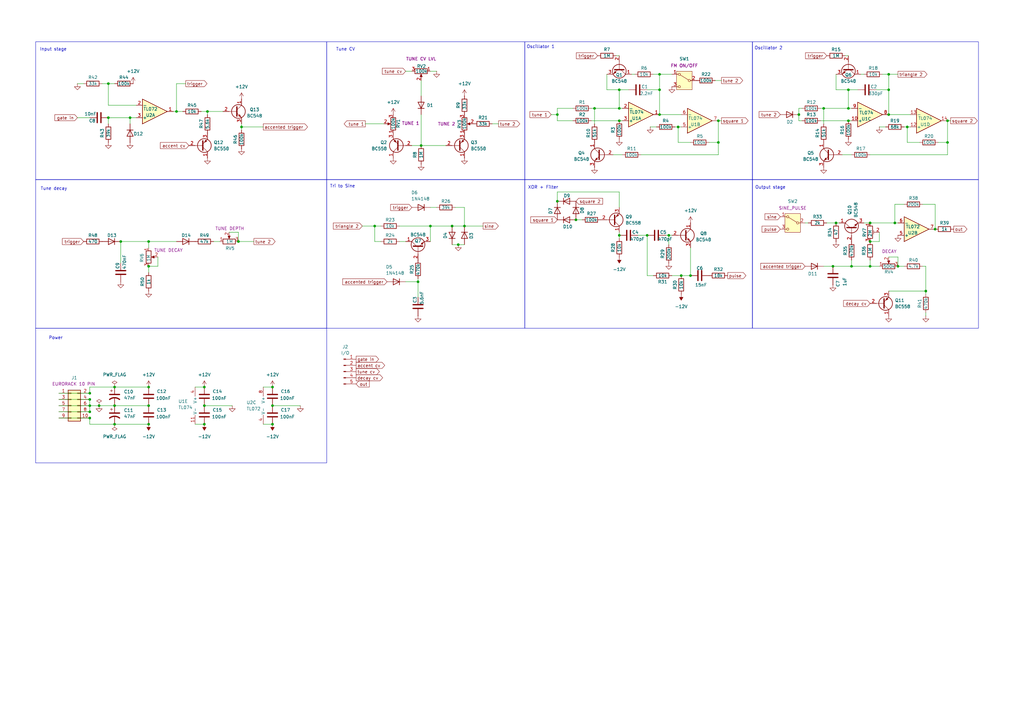
<source format=kicad_sch>
(kicad_sch (version 20250114) (generator "eeschema") (generator_version "9.0")
  (paper "A3")
  (rectangle (start 133.985 17.145) (end 215.265 73.66))
  (rectangle (start 14.605 17.145) (end 133.985 73.66))
  (rectangle (start 14.605 134.62) (end 133.985 189.865))
  (rectangle (start 133.985 73.66) (end 215.265 134.62))
  (rectangle (start 14.605 73.66) (end 133.985 134.62))
  (rectangle (start 308.61 73.66) (end 401.32 134.62))
  (rectangle (start 308.61 17.145) (end 401.32 73.66))
  (rectangle (start 215.265 73.66) (end 308.61 134.62))
  (rectangle (start 215.265 17.145) (end 308.61 73.66))
  (text "Oscillator 2" (at 315.214 19.812 0) (effects (font (size 1.27 1.27))))
  (text "XOR + Filter" (at 222.758 76.962 0) (effects (font (size 1.27 1.27))))
  (text "Oscillator 1" (at 221.742 19.304 0) (effects (font (size 1.27 1.27))))
  (text "Tune CV" (at 141.732 20.32 0) (effects (font (size 1.27 1.27))))
  (text "Output stage" (at 315.976 76.962 0) (effects (font (size 1.27 1.27))))
  (text "Tri to Sine " (at 140.97 76.454 0) (effects (font (size 1.27 1.27))))
  (text "Tune decay" (at 22.098 77.47 0) (effects (font (size 1.27 1.27))))
  (text "Power" (at 22.86 138.684 0) (effects (font (size 1.27 1.27))))
  (text "Input stage" (at 21.844 20.32 0) (effects (font (size 1.27 1.27))))
  (junction (at 36.83 161.29))
  (junction (at 36.83 168.91))
  (junction (at 46.99 173.99))
  (junction (at 187.96 100.33))
  (junction (at 60.96 99.06))
  (junction (at 270.51 30.48))
  (junction (at 294.64 58.42))
  (junction (at 49.53 99.06))
  (junction (at 341.63 109.22))
  (junction (at 278.13 52.07))
  (junction (at 60.96 158.75))
  (junction (at 270.51 46.99))
  (junction (at 342.9 91.44))
  (junction (at 36.83 163.83))
  (junction (at 372.11 52.07))
  (junction (at 349.25 109.22))
  (junction (at 36.83 171.45))
  (junction (at 185.42 92.71))
  (junction (at 44.45 34.29))
  (junction (at 337.82 44.45))
  (junction (at 72.39 45.72))
  (junction (at 60.96 173.99))
  (junction (at 254 36.83))
  (junction (at 228.6 46.99))
  (junction (at 60.96 166.37))
  (junction (at 243.84 44.45))
  (junction (at 270.51 36.83))
  (junction (at 356.87 91.44))
  (junction (at 171.45 115.57))
  (junction (at 294.64 49.53))
  (junction (at 254 49.53))
  (junction (at 46.99 158.75))
  (junction (at 364.49 46.99))
  (junction (at 40.64 166.37))
  (junction (at 153.67 92.71))
  (junction (at 236.22 90.17))
  (junction (at 283.21 113.03))
  (junction (at 228.6 82.55))
  (junction (at 172.72 59.69))
  (junction (at 347.98 36.83))
  (junction (at 111.76 173.99))
  (junction (at 364.49 36.83))
  (junction (at 46.99 166.37))
  (junction (at 83.82 158.75))
  (junction (at 356.87 109.22))
  (junction (at 368.3 109.22))
  (junction (at 383.54 93.98))
  (junction (at 265.43 96.52))
  (junction (at 176.53 92.71))
  (junction (at 379.73 119.38))
  (junction (at 97.79 99.06))
  (junction (at 254 96.52))
  (junction (at 347.98 44.45))
  (junction (at 364.49 30.48))
  (junction (at 327.66 46.99))
  (junction (at 388.62 58.42))
  (junction (at 190.5 92.71))
  (junction (at 83.82 166.37))
  (junction (at 254 44.45))
  (junction (at 274.32 96.52))
  (junction (at 36.83 166.37))
  (junction (at 279.4 113.03))
  (junction (at 99.06 52.07))
  (junction (at 53.34 48.26))
  (junction (at 83.82 173.99))
  (junction (at 85.09 45.72))
  (junction (at 111.76 158.75))
  (junction (at 111.76 166.37))
  (junction (at 388.62 49.53))
  (junction (at 356.87 99.06))
  (junction (at 60.96 109.22))
  (junction (at 44.45 48.26))
  (junction (at 347.98 49.53))
  (junction (at 367.03 91.44))
  (wire (pts (xy 190.5 85.09) (xy 190.5 92.71)))
  (wire (pts (xy 153.67 92.71) (xy 156.21 92.71)))
  (wire (pts (xy 242.57 49.53) (xy 254 49.53)))
  (wire (pts (xy 72.39 34.29) (xy 72.39 45.72)))
  (wire (pts (xy 60.96 109.22) (xy 60.96 111.76)))
  (wire (pts (xy 372.11 58.42) (xy 372.11 52.07)))
  (wire (pts (xy 55.88 43.18) (xy 44.45 43.18)))
  (wire (pts (xy 388.62 63.5) (xy 388.62 58.42)))
  (wire (pts (xy 347.98 44.45) (xy 349.25 44.45)))
  (wire (pts (xy 278.13 58.42) (xy 278.13 52.07)))
  (wire (pts (xy 275.59 96.52) (xy 274.32 96.52)))
  (wire (pts (xy 228.6 78.74) (xy 228.6 82.55)))
  (wire (pts (xy 97.79 99.06) (xy 104.14 99.06)))
  (wire (pts (xy 354.33 30.48) (xy 353.06 30.48)))
  (wire (pts (xy 327.66 44.45) (xy 328.93 44.45)))
  (wire (pts (xy 257.81 36.83) (xy 254 36.83)))
  (wire (pts (xy 364.49 36.83) (xy 364.49 46.99)))
  (wire (pts (xy 36.83 163.83) (xy 36.83 166.37)))
  (wire (pts (xy 283.21 58.42) (xy 278.13 58.42)))
  (wire (pts (xy 364.49 30.48) (xy 364.49 36.83)))
  (wire (pts (xy 254 96.52) (xy 254 95.25)))
  (wire (pts (xy 166.37 29.21) (xy 168.91 29.21)))
  (wire (pts (xy 336.55 49.53) (xy 347.98 49.53)))
  (wire (pts (xy 383.54 83.82) (xy 383.54 93.98)))
  (wire (pts (xy 270.51 30.48) (xy 275.59 30.48)))
  (wire (pts (xy 295.91 33.02) (xy 293.37 33.02)))
  (wire (pts (xy 148.59 92.71) (xy 153.67 92.71)))
  (wire (pts (xy 99.06 50.8) (xy 99.06 52.07)))
  (wire (pts (xy 279.4 46.99) (xy 270.51 46.99)))
  (wire (pts (xy 171.45 115.57) (xy 171.45 121.92)))
  (wire (pts (xy 243.84 44.45) (xy 254 44.45)))
  (wire (pts (xy 384.81 58.42) (xy 388.62 58.42)))
  (wire (pts (xy 262.89 63.5) (xy 294.64 63.5)))
  (wire (pts (xy 336.55 44.45) (xy 337.82 44.45)))
  (wire (pts (xy 80.01 158.75) (xy 83.82 158.75)))
  (wire (pts (xy 46.99 166.37) (xy 60.96 166.37)))
  (wire (pts (xy 359.41 36.83) (xy 364.49 36.83)))
  (wire (pts (xy 41.91 34.29) (xy 44.45 34.29)))
  (wire (pts (xy 64.77 105.41) (xy 64.77 109.22)))
  (wire (pts (xy 46.99 173.99) (xy 36.83 173.99)))
  (wire (pts (xy 176.53 92.71) (xy 185.42 92.71)))
  (wire (pts (xy 337.82 44.45) (xy 347.98 44.45)))
  (wire (pts (xy 85.09 45.72) (xy 85.09 46.99)))
  (wire (pts (xy 378.46 83.82) (xy 383.54 83.82)))
  (wire (pts (xy 44.45 48.26) (xy 53.34 48.26)))
  (wire (pts (xy 349.25 109.22) (xy 349.25 106.68)))
  (wire (pts (xy 24.13 166.37) (xy 36.83 166.37)))
  (wire (pts (xy 46.99 173.99) (xy 60.96 173.99)))
  (wire (pts (xy 342.9 91.44) (xy 339.09 91.44)))
  (wire (pts (xy 171.45 114.3) (xy 171.45 115.57)))
  (wire (pts (xy 190.5 92.71) (xy 198.12 92.71)))
  (wire (pts (xy 60.96 99.06) (xy 60.96 101.6)))
  (wire (pts (xy 64.77 109.22) (xy 60.96 109.22)))
  (wire (pts (xy 351.79 36.83) (xy 347.98 36.83)))
  (wire (pts (xy 44.45 48.26) (xy 44.45 50.8)))
  (wire (pts (xy 176.53 92.71) (xy 176.53 99.06)))
  (wire (pts (xy 254 78.74) (xy 228.6 78.74)))
  (wire (pts (xy 46.99 158.75) (xy 60.96 158.75)))
  (wire (pts (xy 341.63 109.22) (xy 349.25 109.22)))
  (wire (pts (xy 172.72 59.69) (xy 168.91 59.69)))
  (wire (pts (xy 248.92 36.83) (xy 254 36.83)))
  (wire (pts (xy 186.69 85.09) (xy 190.5 85.09)))
  (wire (pts (xy 166.37 115.57) (xy 171.45 115.57)))
  (wire (pts (xy 24.13 168.91) (xy 36.83 168.91)))
  (wire (pts (xy 364.49 30.48) (xy 368.3 30.48)))
  (wire (pts (xy 360.68 52.07) (xy 363.22 52.07)))
  (wire (pts (xy 254 97.79) (xy 254 96.52)))
  (wire (pts (xy 265.43 36.83) (xy 270.51 36.83)))
  (wire (pts (xy 361.95 30.48) (xy 364.49 30.48)))
  (wire (pts (xy 149.86 50.8) (xy 157.48 50.8)))
  (wire (pts (xy 379.73 120.65) (xy 379.73 119.38)))
  (wire (pts (xy 49.53 107.95) (xy 49.53 99.06)))
  (wire (pts (xy 36.83 173.99) (xy 36.83 171.45)))
  (wire (pts (xy 172.72 59.69) (xy 182.88 59.69)))
  (wire (pts (xy 204.47 50.8) (xy 201.93 50.8)))
  (wire (pts (xy 185.42 92.71) (xy 190.5 92.71)))
  (wire (pts (xy 24.13 171.45) (xy 36.83 171.45)))
  (wire (pts (xy 172.72 46.99) (xy 172.72 59.69)))
  (wire (pts (xy 270.51 30.48) (xy 270.51 36.83)))
  (wire (pts (xy 172.72 33.02) (xy 172.72 39.37)))
  (wire (pts (xy 294.64 63.5) (xy 294.64 58.42)))
  (wire (pts (xy 276.86 52.07) (xy 278.13 52.07)))
  (wire (pts (xy 36.83 166.37) (xy 36.83 168.91)))
  (wire (pts (xy 93.98 95.25) (xy 97.79 95.25)))
  (wire (pts (xy 24.13 163.83) (xy 36.83 163.83)))
  (wire (pts (xy 378.46 109.22) (xy 379.73 109.22)))
  (wire (pts (xy 274.32 100.33) (xy 274.32 96.52)))
  (wire (pts (xy 328.93 49.53) (xy 327.66 49.53)))
  (wire (pts (xy 356.87 109.22) (xy 356.87 106.68)))
  (wire (pts (xy 176.53 85.09) (xy 179.07 85.09)))
  (wire (pts (xy 254 44.45) (xy 255.27 44.45)))
  (wire (pts (xy 266.7 52.07) (xy 269.24 52.07)))
  (wire (pts (xy 53.34 48.26) (xy 55.88 48.26)))
  (wire (pts (xy 226.06 46.99) (xy 228.6 46.99)))
  (wire (pts (xy 166.37 99.06) (xy 163.83 99.06)))
  (wire (pts (xy 36.83 158.75) (xy 36.83 161.29)))
  (wire (pts (xy 46.99 158.75) (xy 36.83 158.75)))
  (wire (pts (xy 275.59 113.03) (xy 279.4 113.03)))
  (wire (pts (xy 76.2 34.29) (xy 72.39 34.29)))
  (wire (pts (xy 372.11 52.07) (xy 373.38 52.07)))
  (wire (pts (xy 360.68 99.06) (xy 356.87 99.06)))
  (wire (pts (xy 179.07 29.21) (xy 176.53 29.21)))
  (wire (pts (xy 31.75 34.29) (xy 34.29 34.29)))
  (wire (pts (xy 255.27 63.5) (xy 251.46 63.5)))
  (wire (pts (xy 156.21 99.06) (xy 153.67 99.06)))
  (wire (pts (xy 370.84 109.22) (xy 368.3 109.22)))
  (wire (pts (xy 290.83 58.42) (xy 294.64 58.42)))
  (wire (pts (xy 354.33 91.44) (xy 356.87 91.44)))
  (wire (pts (xy 187.96 100.33) (xy 190.5 100.33)))
  (wire (pts (xy 356.87 109.22) (xy 360.68 109.22)))
  (wire (pts (xy 163.83 92.71) (xy 176.53 92.71)))
  (wire (pts (xy 342.9 91.44) (xy 344.17 91.44)))
  (wire (pts (xy 342.9 36.83) (xy 347.98 36.83)))
  (wire (pts (xy 283.21 101.6) (xy 283.21 113.03)))
  (wire (pts (xy 97.79 95.25) (xy 97.79 99.06)))
  (wire (pts (xy 388.62 49.53) (xy 389.89 49.53)))
  (wire (pts (xy 267.97 30.48) (xy 270.51 30.48)))
  (wire (pts (xy 248.92 30.48) (xy 248.92 36.83)))
  (wire (pts (xy 185.42 100.33) (xy 187.96 100.33)))
  (wire (pts (xy 107.95 158.75) (xy 111.76 158.75)))
  (wire (pts (xy 364.49 105.41) (xy 368.3 105.41)))
  (wire (pts (xy 379.73 119.38) (xy 364.49 119.38)))
  (wire (pts (xy 370.84 52.07) (xy 372.11 52.07)))
  (wire (pts (xy 72.39 99.06) (xy 60.96 99.06)))
  (wire (pts (xy 327.66 46.99) (xy 327.66 44.45)))
  (wire (pts (xy 44.45 34.29) (xy 46.99 34.29)))
  (wire (pts (xy 254 36.83) (xy 254 44.45)))
  (wire (pts (xy 368.3 105.41) (xy 368.3 109.22)))
  (wire (pts (xy 36.83 48.26) (xy 31.75 48.26)))
  (wire (pts (xy 261.62 96.52) (xy 265.43 96.52)))
  (wire (pts (xy 278.13 52.07) (xy 279.4 52.07)))
  (wire (pts (xy 331.47 91.44) (xy 330.2 91.44)))
  (wire (pts (xy 279.4 113.03) (xy 283.21 113.03)))
  (wire (pts (xy 60.96 99.06) (xy 49.53 99.06)))
  (wire (pts (xy 236.22 90.17) (xy 238.76 90.17)))
  (wire (pts (xy 337.82 44.45) (xy 337.82 50.8)))
  (wire (pts (xy 356.87 63.5) (xy 388.62 63.5)))
  (wire (pts (xy 36.83 166.37) (xy 40.64 166.37)))
  (wire (pts (xy 270.51 36.83) (xy 270.51 46.99)))
  (wire (pts (xy 379.73 128.27) (xy 379.73 129.54)))
  (wire (pts (xy 388.62 58.42) (xy 388.62 49.53)))
  (wire (pts (xy 349.25 109.22) (xy 356.87 109.22)))
  (wire (pts (xy 356.87 91.44) (xy 367.03 91.44)))
  (wire (pts (xy 267.97 113.03) (xy 265.43 113.03)))
  (wire (pts (xy 260.35 30.48) (xy 259.08 30.48)))
  (wire (pts (xy 294.64 58.42) (xy 294.64 49.53)))
  (wire (pts (xy 83.82 166.37) (xy 95.25 166.37)))
  (wire (pts (xy 99.06 52.07) (xy 107.95 52.07)))
  (wire (pts (xy 111.76 166.37) (xy 123.19 166.37)))
  (wire (pts (xy 153.67 92.71) (xy 153.67 99.06)))
  (wire (pts (xy 90.17 99.06) (xy 87.63 99.06)))
  (wire (pts (xy 367.03 91.44) (xy 368.3 91.44)))
  (wire (pts (xy 74.93 45.72) (xy 72.39 45.72)))
  (wire (pts (xy 347.98 49.53) (xy 349.25 49.53)))
  (wire (pts (xy 370.84 83.82) (xy 367.03 83.82)))
  (wire (pts (xy 274.32 96.52) (xy 273.05 96.52)))
  (wire (pts (xy 234.95 49.53) (xy 228.6 49.53)))
  (wire (pts (xy 72.39 45.72) (xy 71.12 45.72)))
  (wire (pts (xy 99.06 52.07) (xy 99.06 53.34)))
  (wire (pts (xy 379.73 109.22) (xy 379.73 119.38)))
  (wire (pts (xy 349.25 63.5) (xy 345.44 63.5)))
  (wire (pts (xy 228.6 44.45) (xy 234.95 44.45)))
  (wire (pts (xy 377.19 58.42) (xy 372.11 58.42)))
  (wire (pts (xy 85.09 45.72) (xy 82.55 45.72)))
  (wire (pts (xy 347.98 36.83) (xy 347.98 44.45)))
  (wire (pts (xy 53.34 50.8) (xy 53.34 48.26)))
  (wire (pts (xy 80.01 173.99) (xy 83.82 173.99)))
  (wire (pts (xy 346.71 22.86) (xy 347.98 22.86)))
  (wire (pts (xy 228.6 46.99) (xy 228.6 44.45)))
  (wire (pts (xy 337.82 109.22) (xy 341.63 109.22)))
  (wire (pts (xy 373.38 46.99) (xy 364.49 46.99)))
  (wire (pts (xy 40.64 166.37) (xy 46.99 166.37)))
  (wire (pts (xy 254 49.53) (xy 255.27 49.53)))
  (wire (pts (xy 342.9 30.48) (xy 342.9 36.83)))
  (wire (pts (xy 327.66 49.53) (xy 327.66 46.99)))
  (wire (pts (xy 367.03 83.82) (xy 367.03 91.44)))
  (wire (pts (xy 254 85.09) (xy 254 78.74)))
  (wire (pts (xy 24.13 161.29) (xy 36.83 161.29)))
  (wire (pts (xy 107.95 173.99) (xy 111.76 173.99)))
  (wire (pts (xy 44.45 34.29) (xy 44.45 43.18)))
  (wire (pts (xy 242.57 44.45) (xy 243.84 44.45)))
  (wire (pts (xy 265.43 113.03) (xy 265.43 96.52)))
  (wire (pts (xy 91.44 45.72) (xy 85.09 45.72)))
  (wire (pts (xy 360.68 95.25) (xy 360.68 99.06)))
  (wire (pts (xy 294.64 49.53) (xy 295.91 49.53)))
  (wire (pts (xy 252.73 22.86) (xy 254 22.86)))
  (wire (pts (xy 228.6 49.53) (xy 228.6 46.99)))
  (wire (pts (xy 243.84 44.45) (xy 243.84 50.8)))
  (global_label "tune 2" (shape output) (at 104.14 99.06 0) (property "Intersheetrefs" "${INTERSHEET_REFS}" (effects (hide yes))))
  (global_label "out" (shape input) (at 146.05 157.48 0) (property "Intersheetrefs" "${INTERSHEET_REFS}" (effects (hide yes))))
  (global_label "tune cv" (shape output) (at 146.05 152.4 0) (property "Intersheetrefs" "${INTERSHEET_REFS}" (effects (hide yes))))
  (global_label "decay cv" (shape output) (at 146.05 154.94 0) (property "Intersheetrefs" "${INTERSHEET_REFS}" (effects (hide yes))))
  (global_label "tune 1" (shape input) (at 226.06 46.99 180) (property "Intersheetrefs" "${INTERSHEET_REFS}" (effects (hide yes))))
  (global_label "sine" (shape input) (at 320.04 88.9 180) (property "Intersheetrefs" "${INTERSHEET_REFS}" (effects (hide yes))))
  (global_label "triangle 2" (shape output) (at 368.3 30.48 0) (property "Intersheetrefs" "${INTERSHEET_REFS}" (effects (hide yes))))
  (global_label "decay cv" (shape input) (at 356.87 124.46 180) (property "Intersheetrefs" "${INTERSHEET_REFS}" (effects (hide yes))))
  (global_label "square 1" (shape input) (at 228.6 90.17 180) (property "Intersheetrefs" "${INTERSHEET_REFS}" (effects (hide yes))))
  (global_label "tune 2" (shape input) (at 320.04 46.99 180) (property "Intersheetrefs" "${INTERSHEET_REFS}" (effects (hide yes))))
  (global_label "accent cv" (shape output) (at 146.05 149.86 0) (property "Intersheetrefs" "${INTERSHEET_REFS}" (effects (hide yes))))
  (global_label "gate in" (shape output) (at 146.05 147.32 0) (property "Intersheetrefs" "${INTERSHEET_REFS}" (effects (hide yes))))
  (global_label "accented trigger" (shape input) (at 158.75 115.57 180) (property "Intersheetrefs" "${INTERSHEET_REFS}" (effects (hide yes))))
  (global_label "trigger" (shape input) (at 339.09 22.86 180) (property "Intersheetrefs" "${INTERSHEET_REFS}" (effects (hide yes))))
  (global_label "square 2" (shape input) (at 236.22 82.55 0) (property "Intersheetrefs" "${INTERSHEET_REFS}" (effects (hide yes))))
  (global_label "trigger" (shape output) (at 76.2 34.29 0) (property "Intersheetrefs" "${INTERSHEET_REFS}" (effects (hide yes))))
  (global_label "accent cv" (shape input) (at 77.47 59.69 180) (property "Intersheetrefs" "${INTERSHEET_REFS}" (effects (hide yes))))
  (global_label "tune cv" (shape input) (at 166.37 29.21 180) (property "Intersheetrefs" "${INTERSHEET_REFS}" (effects (hide yes))))
  (global_label "tune 1" (shape output) (at 149.86 50.8 180) (property "Intersheetrefs" "${INTERSHEET_REFS}" (effects (hide yes))))
  (global_label "gate in" (shape input) (at 31.75 48.26 180) (property "Intersheetrefs" "${INTERSHEET_REFS}" (effects (hide yes))))
  (global_label "square 2" (shape output) (at 389.89 49.53 0) (property "Intersheetrefs" "${INTERSHEET_REFS}" (effects (hide yes))))
  (global_label "trigger" (shape input) (at 245.11 22.86 180) (property "Intersheetrefs" "${INTERSHEET_REFS}" (effects (hide yes))))
  (global_label "pulse" (shape input) (at 320.04 93.98 180) (property "Intersheetrefs" "${INTERSHEET_REFS}" (effects (hide yes))))
  (global_label "sine" (shape output) (at 198.12 92.71 0) (property "Intersheetrefs" "${INTERSHEET_REFS}" (effects (hide yes))))
  (global_label "out" (shape output) (at 391.16 93.98 0) (property "Intersheetrefs" "${INTERSHEET_REFS}" (effects (hide yes))))
  (global_label "trigger" (shape input) (at 34.29 99.06 180) (property "Intersheetrefs" "${INTERSHEET_REFS}" (effects (hide yes))))
  (global_label "trigger" (shape input) (at 168.91 85.09 180) (property "Intersheetrefs" "${INTERSHEET_REFS}" (effects (hide yes))))
  (global_label "pulse" (shape output) (at 298.45 113.03 0) (property "Intersheetrefs" "${INTERSHEET_REFS}" (effects (hide yes))))
  (global_label "accented trigger" (shape input) (at 330.2 109.22 180) (property "Intersheetrefs" "${INTERSHEET_REFS}" (effects (hide yes))))
  (global_label "tune 2" (shape output) (at 295.91 33.02 0) (property "Intersheetrefs" "${INTERSHEET_REFS}" (effects (hide yes))))
  (global_label "accented trigger" (shape output) (at 107.95 52.07 0) (property "Intersheetrefs" "${INTERSHEET_REFS}" (effects (hide yes))))
  (global_label "triangle 2" (shape input) (at 148.59 92.71 180) (property "Intersheetrefs" "${INTERSHEET_REFS}" (effects (hide yes))))
  (global_label "tune 2" (shape output) (at 204.47 50.8 0) (property "Intersheetrefs" "${INTERSHEET_REFS}" (effects (hide yes))))
  (global_label "square 1" (shape output) (at 295.91 49.53 0) (property "Intersheetrefs" "${INTERSHEET_REFS}" (effects (hide yes))))
  (symbol (lib_id "power:GND") (at 190.5 64.77 0) (unit 1)
    (property "Reference" "#PWR07" (effects (hide yes)))
    (property "Value" "GND" (effects (hide yes)))
    (property "Description" "Power symbol creates a global label with name \"GND\" , ground" (effects (hide yes)))
  )
  (symbol (lib_id "Device:R") (at 264.16 30.48 90) (unit 1)
    (property "Reference" "R6" (at 264.16 27.94 90))
    (property "Value" "10k" (at 264.16 30.48 90))
    (property "Footprint" "Resistor_THT:R_Axial_DIN0207_L6.3mm_D2.5mm_P10.16mm_Horizontal" (effects (hide yes)))
    (property "Description" "Resistor" (effects (hide yes)))
  )
  (symbol (lib_id "Device:R_Potentiometer") (at 172.72 29.21 270) (unit 1)
    (property "Reference" "RV2" (at 170.942 27.178 90) (effects (justify left)))
    (property "Value" "100k" (at 170.434 29.21 90) (effects (justify left)))
    (property "Footprint" "Potentiometer_THT:Potentiometer_Bourns_PTV09A-1_Single_Vertical" (effects (hide yes)))
    (property "Description" "TUNE CV LVL" (at 172.72 24.13 90))
  )
  (symbol (lib_id "Device:R") (at 294.64 113.03 90) (unit 1)
    (property "Reference" "R32" (at 294.64 110.49 90))
    (property "Value" "18k" (at 294.64 113.03 90))
    (property "Footprint" "Resistor_THT:R_Axial_DIN0207_L6.3mm_D2.5mm_P10.16mm_Horizontal" (effects (hide yes)))
    (property "Description" "Resistor" (effects (hide yes)))
  )
  (symbol (lib_id "Diode:1N4148") (at 162.56 115.57 180) (unit 1)
    (property "Reference" "D5" (at 158.242 109.474 0) (effects (justify right)))
    (property "Value" "1N4148" (at 158.242 112.014 0) (effects (justify right)))
    (property "Footprint" "Diode_THT:D_DO-35_SOD27_P7.62mm_Horizontal" (effects (hide yes)))
    (property "Datasheet" "https://assets.nexperia.com/documents/data-sheet/1N4148_1N4448.pdf" (effects (hide yes)))
    (property "Description" "100V 0.15A standard switching diode, DO-35" (effects (hide yes)))
    (property "Sim.Device" "D" (effects (hide yes)))
    (property "Sim.Pins" "1=K 2=A" (effects (hide yes)))
  )
  (symbol (lib_id "power:GND") (at 342.9 99.06 0) (unit 1)
    (property "Reference" "#PWR020" (effects (hide yes)))
    (property "Value" "GND" (effects (hide yes)))
    (property "Description" "Power symbol creates a global label with name \"GND\" , ground" (effects (hide yes)))
  )
  (symbol (lib_id "Device:R") (at 238.76 44.45 90) (unit 1)
    (property "Reference" "R1" (at 238.76 41.91 90))
    (property "Value" "100k" (at 238.76 44.45 90))
    (property "Footprint" "Resistor_THT:R_Axial_DIN0207_L6.3mm_D2.5mm_P10.16mm_Horizontal" (effects (hide yes)))
    (property "Description" "Resistor" (effects (hide yes)))
  )
  (symbol (lib_id "Device:R") (at 243.84 54.61 180) (unit 1)
    (property "Reference" "R10" (at 241.3 54.61 90))
    (property "Value" "51k" (at 243.84 54.61 90))
    (property "Footprint" "Resistor_THT:R_Axial_DIN0207_L6.3mm_D2.5mm_P10.16mm_Horizontal" (effects (hide yes)))
    (property "Description" "Resistor" (effects (hide yes)))
  )
  (symbol (lib_id "power:-12V") (at 83.82 173.99 180) (unit 1)
    (property "Reference" "#PWR038" (effects (hide yes)))
    (property "Value" "-12V" (at 83.82 179.07 0))
    (property "Description" "Power symbol creates a global label with name \"-12V\"" (effects (hide yes)))
  )
  (symbol (lib_id "Diode:1N4148") (at 232.41 90.17 0) (unit 1)
    (property "Reference" "D10" (at 230.886 92.964 0) (effects (justify left)))
    (property "Value" "1N4148" (effects (hide yes)))
    (property "Footprint" "Diode_THT:D_DO-35_SOD27_P7.62mm_Horizontal" (effects (hide yes)))
    (property "Datasheet" "https://assets.nexperia.com/documents/data-sheet/1N4148_1N4448.pdf" (effects (hide yes)))
    (property "Description" "100V 0.15A standard switching diode, DO-35" (effects (hide yes)))
    (property "Sim.Device" "D" (effects (hide yes)))
    (property "Sim.Pins" "1=K 2=A" (effects (hide yes)))
  )
  (symbol (lib_id "power:GND") (at 368.3 96.52 0) (unit 1)
    (property "Reference" "#PWR022" (effects (hide yes)))
    (property "Value" "GND" (effects (hide yes)))
    (property "Description" "Power symbol creates a global label with name \"GND\" , ground" (effects (hide yes)))
  )
  (symbol (lib_id "Diode:1N4148") (at 236.22 86.36 270) (unit 1)
    (property "Reference" "D8" (at 238.76 87.63 0) (effects (justify right)))
    (property "Value" "1N4148" (effects (hide yes)))
    (property "Footprint" "Diode_THT:D_DO-35_SOD27_P7.62mm_Horizontal" (effects (hide yes)))
    (property "Datasheet" "https://assets.nexperia.com/documents/data-sheet/1N4148_1N4448.pdf" (effects (hide yes)))
    (property "Description" "100V 0.15A standard switching diode, DO-35" (effects (hide yes)))
    (property "Sim.Device" "D" (effects (hide yes)))
    (property "Sim.Pins" "1=K 2=A" (effects (hide yes)))
  )
  (symbol (lib_id "Device:R") (at 353.06 63.5 90) (unit 1)
    (property "Reference" "R17" (at 353.06 60.96 90))
    (property "Value" "100k" (at 353.06 63.5 90))
    (property "Footprint" "Resistor_THT:R_Axial_DIN0207_L6.3mm_D2.5mm_P10.16mm_Horizontal" (effects (hide yes)))
    (property "Description" "Resistor" (effects (hide yes)))
  )
  (symbol (lib_id "Device:R") (at 44.45 54.61 180) (unit 1)
    (property "Reference" "R43" (at 41.91 54.61 90))
    (property "Value" "39k" (at 44.45 54.61 90))
    (property "Footprint" "Resistor_THT:R_Axial_DIN0207_L6.3mm_D2.5mm_P10.16mm_Horizontal" (effects (hide yes)))
    (property "Description" "Resistor" (effects (hide yes)))
  )
  (symbol (lib_id "power:+12V") (at 111.76 158.75 0) (unit 1)
    (property "Reference" "#PWR039" (effects (hide yes)))
    (property "Value" "+12V" (at 111.76 153.67 0))
    (property "Description" "Power symbol creates a global label with name \"+12V\"" (effects (hide yes)))
  )
  (symbol (lib_id "power:+12V") (at 283.21 91.44 0) (unit 1)
    (property "Reference" "#PWR016" (effects (hide yes)))
    (property "Value" "+12V" (at 283.21 86.36 0))
    (property "Description" "Power symbol creates a global label with name \"+12V\"" (effects (hide yes)))
  )
  (symbol (lib_id "Device:C") (at 60.96 162.56 0) (mirror y) (unit 1)
    (property "Reference" "C12" (at 66.294 160.528 0))
    (property "Value" "100nF" (at 67.056 163.322 0))
    (property "Footprint" "Capacitor_THT:C_Disc_D7.5mm_W2.5mm_P5.00mm" (effects (hide yes)))
    (property "Description" "Unpolarized capacitor" (effects (hide yes)))
  )
  (symbol (lib_id "Device:R") (at 367.03 52.07 90) (unit 1)
    (property "Reference" "R19" (at 367.03 49.53 90))
    (property "Value" "68k" (at 367.03 52.07 90))
    (property "Footprint" "Resistor_THT:R_Axial_DIN0207_L6.3mm_D2.5mm_P10.16mm_Horizontal" (effects (hide yes)))
    (property "Description" "Resistor" (effects (hide yes)))
  )
  (symbol (lib_id "Device:R") (at 379.73 124.46 180) (unit 1)
    (property "Reference" "R41" (at 377.19 124.46 90))
    (property "Value" "470k" (at 379.73 124.46 90))
    (property "Footprint" "Resistor_THT:R_Axial_DIN0207_L6.3mm_D2.5mm_P10.16mm_Horizontal" (effects (hide yes)))
    (property "Description" "Resistor" (effects (hide yes)))
  )
  (symbol (lib_id "Diode:1N4148") (at 76.2 99.06 180) (unit 1)
    (property "Reference" "D14" (at 74.422 96.52 0) (effects (justify right)))
    (property "Value" "1N4148" (effects (hide yes)))
    (property "Footprint" "Diode_THT:D_DO-35_SOD27_P7.62mm_Horizontal" (effects (hide yes)))
    (property "Datasheet" "https://assets.nexperia.com/documents/data-sheet/1N4148_1N4448.pdf" (effects (hide yes)))
    (property "Description" "100V 0.15A standard switching diode, DO-35" (effects (hide yes)))
    (property "Sim.Device" "D" (effects (hide yes)))
    (property "Sim.Pins" "1=K 2=A" (effects (hide yes)))
  )
  (symbol (lib_id "power:+12V") (at 83.82 158.75 0) (unit 1)
    (property "Reference" "#PWR037" (effects (hide yes)))
    (property "Value" "+12V" (at 83.82 153.67 0))
    (property "Description" "Power symbol creates a global label with name \"+12V\"" (effects (hide yes)))
  )
  (symbol (lib_id "Diode:1N4148") (at 45.72 99.06 180) (unit 1)
    (property "Reference" "D13" (at 43.942 96.52 0) (effects (justify right)))
    (property "Value" "1N4148" (effects (hide yes)))
    (property "Footprint" "Diode_THT:D_DO-35_SOD27_P7.62mm_Horizontal" (effects (hide yes)))
    (property "Datasheet" "https://assets.nexperia.com/documents/data-sheet/1N4148_1N4448.pdf" (effects (hide yes)))
    (property "Description" "100V 0.15A standard switching diode, DO-35" (effects (hide yes)))
    (property "Sim.Device" "D" (effects (hide yes)))
    (property "Sim.Pins" "1=K 2=A" (effects (hide yes)))
  )
  (symbol (lib_id "Device:R") (at 332.74 49.53 90) (unit 1)
    (property "Reference" "R13" (at 332.74 46.99 90))
    (property "Value" "100k" (at 332.74 49.53 90))
    (property "Footprint" "Resistor_THT:R_Axial_DIN0207_L6.3mm_D2.5mm_P10.16mm_Horizontal" (effects (hide yes)))
    (property "Description" "Resistor" (effects (hide yes)))
  )
  (symbol (lib_id "Transistor_BJT:BC548") (at 96.52 45.72 0) (unit 1)
    (property "Reference" "Q13" (at 104.394 44.958 0))
    (property "Value" "BC548" (at 104.394 47.498 0))
    (property "Footprint" "Package_TO_SOT_THT:TO-92_Inline" (effects (hide yes)))
    (property "Datasheet" "https://www.onsemi.com/pub/Collateral/BC550-D.pdf" (effects (hide yes)))
    (property "Description" "0.1A Ic, 30V Vce, Small Signal NPN Transistor, TO-92" (effects (hide yes)))
  )
  (symbol (lib_id "Device:R") (at 238.76 49.53 90) (unit 1)
    (property "Reference" "R2" (at 238.76 46.99 90))
    (property "Value" "100k" (at 238.76 49.53 90))
    (property "Footprint" "Resistor_THT:R_Axial_DIN0207_L6.3mm_D2.5mm_P10.16mm_Horizontal" (effects (hide yes)))
    (property "Description" "Resistor" (effects (hide yes)))
  )
  (symbol (lib_id "Transistor_BJT:BC548") (at 254 27.94 270) (unit 1)
    (property "Reference" "Q1" (at 254 30.734 90))
    (property "Value" "BC548" (at 254 33.274 90))
    (property "Footprint" "Package_TO_SOT_THT:TO-92_Inline" (effects (hide yes)))
    (property "Datasheet" "https://www.onsemi.com/pub/Collateral/BC550-D.pdf" (effects (hide yes)))
    (property "Description" "0.1A Ic, 30V Vce, Small Signal NPN Transistor, TO-92" (effects (hide yes)))
  )
  (symbol (lib_id "Switch:SW_SPDT") (at 325.12 91.44 0) (mirror y) (unit 1)
    (property "Reference" "SW2" (at 325.12 82.55 0))
    (property "Value" "SW_SPDT" (effects (hide yes)))
    (property "Footprint" "Connector_PinHeader_2.54mm:PinHeader_1x03_P2.54mm_Vertical" (effects (hide yes)))
    (property "Description" "SINE_PULSE" (at 325.12 85.344 0))
  )
  (symbol (lib_id "power:-12V") (at 60.96 173.99 180) (unit 1)
    (property "Reference" "#PWR036" (effects (hide yes)))
    (property "Value" "-12V" (at 60.96 179.07 0))
    (property "Description" "Power symbol creates a global label with name \"-12V\"" (effects (hide yes)))
  )
  (symbol (lib_id "Transistor_BJT:BC548") (at 246.38 63.5 0) (mirror y) (unit 1)
    (property "Reference" "Q4" (at 238.506 62.738 0))
    (property "Value" "BC548" (at 238.506 65.278 0))
    (property "Footprint" "Package_TO_SOT_THT:TO-92_Inline" (effects (hide yes)))
    (property "Datasheet" "https://www.onsemi.com/pub/Collateral/BC550-D.pdf" (effects (hide yes)))
    (property "Description" "0.1A Ic, 30V Vce, Small Signal NPN Transistor, TO-92" (effects (hide yes)))
  )
  (symbol (lib_id "Device:C_Polarized_US") (at 46.99 162.56 0) (unit 1)
    (property "Reference" "C10" (at 50.8 160.6549 0) (effects (justify left)))
    (property "Value" "47nF" (at 50.8 163.1949 0) (effects (justify left)))
    (property "Footprint" "Capacitor_THT:CP_Radial_D7.5mm_P2.50mm" (effects (hide yes)))
    (property "Description" "Polarized capacitor, US symbol" (effects (hide yes)))
  )
  (symbol (lib_id "Device:R") (at 171.45 110.49 180) (unit 1)
    (property "Reference" "R25" (at 168.91 110.49 90))
    (property "Value" "470k" (at 171.45 110.49 90))
    (property "Footprint" "Resistor_THT:R_Axial_DIN0207_L6.3mm_D2.5mm_P10.16mm_Horizontal" (effects (hide yes)))
    (property "Description" "Resistor" (effects (hide yes)))
  )
  (symbol (lib_id "Device:C") (at 60.96 170.18 0) (mirror y) (unit 1)
    (property "Reference" "C13" (at 66.294 168.148 0))
    (property "Value" "100nF" (at 67.056 170.942 0))
    (property "Footprint" "Capacitor_THT:C_Disc_D7.5mm_W2.5mm_P5.00mm" (effects (hide yes)))
    (property "Description" "Unpolarized capacitor" (effects (hide yes)))
  )
  (symbol (lib_id "Device:C") (at 111.76 162.56 0) (mirror y) (unit 1)
    (property "Reference" "C16" (at 117.094 160.528 0))
    (property "Value" "100nF" (at 117.856 163.322 0))
    (property "Footprint" "Capacitor_THT:C_Disc_D7.5mm_W2.5mm_P5.00mm" (effects (hide yes)))
    (property "Description" "Unpolarized capacitor" (effects (hide yes)))
  )
  (symbol (lib_id "power:GND") (at 95.25 166.37 0) (unit 1)
    (property "Reference" "#PWR041" (effects (hide yes)))
    (property "Value" "GND" (effects (hide yes)))
    (property "Description" "Power symbol creates a global label with name \"GND\" , ground" (effects (hide yes)))
  )
  (symbol (lib_id "Connector:Conn_01x05_Pin") (at 140.97 152.4 0) (unit 1)
    (property "Reference" "J2" (at 141.605 142.24 0))
    (property "Value" "I/O" (at 141.605 144.78 0))
    (property "Footprint" "Connector_PinHeader_2.54mm:PinHeader_1x05_P2.54mm_Vertical" (effects (hide yes)))
    (property "Description" "Generic connector, single row, 01x05, script generated" (effects (hide yes)))
  )
  (symbol (lib_id "power:GND") (at 254 57.15 0) (unit 1)
    (property "Reference" "#PWR01" (effects (hide yes)))
    (property "Value" "GND" (effects (hide yes)))
    (property "Description" "Power symbol creates a global label with name \"GND\" , ground" (effects (hide yes)))
  )
  (symbol (lib_id "Device:R") (at 332.74 44.45 90) (unit 1)
    (property "Reference" "R12" (at 332.74 41.91 90))
    (property "Value" "100k" (at 332.74 44.45 90))
    (property "Footprint" "Resistor_THT:R_Axial_DIN0207_L6.3mm_D2.5mm_P10.16mm_Horizontal" (effects (hide yes)))
    (property "Description" "Resistor" (effects (hide yes)))
  )
  (symbol (lib_id "Device:R") (at 356.87 102.87 180) (unit 1)
    (property "Reference" "R36" (at 354.33 102.87 90))
    (property "Value" "1M" (at 356.87 102.87 90))
    (property "Footprint" "Resistor_THT:R_Axial_DIN0207_L6.3mm_D2.5mm_P10.16mm_Horizontal" (effects (hide yes)))
    (property "Description" "Resistor" (effects (hide yes)))
  )
  (symbol (lib_id "Device:R_Potentiometer") (at 161.29 50.8 180) (unit 1)
    (property "Reference" "RV1" (at 163.322 52.578 90) (effects (justify right)))
    (property "Value" "100k" (at 161.29 53.086 90) (effects (justify right)))
    (property "Footprint" "Potentiometer_THT:Potentiometer_Bourns_PTV09A-1_Single_Vertical" (effects (hide yes)))
    (property "Description" "TUNE 1" (at 168.402 50.546 0))
  )
  (symbol (lib_id "power:+12V") (at 99.06 40.64 0) (unit 1)
    (property "Reference" "#PWR029" (effects (hide yes)))
    (property "Value" "+12V" (at 99.06 35.56 0))
    (property "Description" "Power symbol creates a global label with name \"+12V\"" (effects (hide yes)))
  )
  (symbol (lib_id "Device:C") (at 287.02 113.03 270) (mirror x) (unit 1)
    (property "Reference" "C6" (at 287.02 109.982 90))
    (property "Value" "15nF" (at 287.528 116.84 90))
    (property "Footprint" "Capacitor_THT:C_Rect_L7.2mm_W5.5mm_P5.00mm_FKS2_FKP2_MKS2_MKP2" (effects (hide yes)))
    (property "Description" "Unpolarized capacitor" (effects (hide yes)))
  )
  (symbol (lib_id "power:+12V") (at 54.61 34.29 0) (unit 1)
    (property "Reference" "#PWR028" (effects (hide yes)))
    (property "Value" "+12V" (at 54.61 29.21 0))
    (property "Description" "Power symbol creates a global label with name \"+12V\"" (effects (hide yes)))
  )
  (symbol (lib_id "power:+12V") (at 161.29 46.99 0) (unit 1)
    (property "Reference" "#PWR03" (effects (hide yes)))
    (property "Value" "+12V" (at 161.29 41.91 0))
    (property "Description" "Power symbol creates a global label with name \"+12V\"" (effects (hide yes)))
  )
  (symbol (lib_id "Connector_Generic:Conn_02x05_Odd_Even") (at 29.21 166.37 0) (unit 1)
    (property "Reference" "J1" (at 30.48 154.94 0))
    (property "Value" "Conn_02x05_Odd_Even" (effects (hide yes)))
    (property "Footprint" "Connector_PinHeader_2.54mm:PinHeader_2x05_P2.54mm_Vertical" (effects (hide yes)))
    (property "Description" "EURORACK 10 PIN" (at 30.226 157.48 0))
  )
  (symbol (lib_id "Transistor_BJT:BC548") (at 347.98 27.94 270) (unit 1)
    (property "Reference" "Q6" (at 347.98 30.734 90))
    (property "Value" "BC548" (at 347.98 33.274 90))
    (property "Footprint" "Package_TO_SOT_THT:TO-92_Inline" (effects (hide yes)))
    (property "Datasheet" "https://www.onsemi.com/pub/Collateral/BC550-D.pdf" (effects (hide yes)))
    (property "Description" "0.1A Ic, 30V Vce, Small Signal NPN Transistor, TO-92" (effects (hide yes)))
  )
  (symbol (lib_id "Amplifier_Operational:TL072") (at 110.49 166.37 0) (unit 3)
    (property "Reference" "U2" (at 101.092 165.1 0) (effects (justify left)))
    (property "Value" "TL072" (at 101.092 167.64 0) (effects (justify left)))
    (property "Footprint" "Package_DIP:DIP-8_W7.62mm_Socket" (effects (hide yes)))
    (property "Datasheet" "http://www.ti.com/lit/ds/symlink/tl071.pdf" (effects (hide yes)))
    (property "Description" "Dual Low-Noise JFET-Input Operational Amplifiers, DIP-8/SOIC-8" (effects (hide yes)))
  )
  (symbol (lib_id "power:GND") (at 161.29 64.77 0) (unit 1)
    (property "Reference" "#PWR04" (effects (hide yes)))
    (property "Value" "GND" (effects (hide yes)))
    (property "Description" "Power symbol creates a global label with name \"GND\" , ground" (effects (hide yes)))
  )
  (symbol (lib_id "Amplifier_Operational:TL074") (at 82.55 166.37 0) (unit 5)
    (property "Reference" "U1" (at 73.152 164.592 0) (effects (justify left)))
    (property "Value" "TL074" (at 73.152 167.132 0) (effects (justify left)))
    (property "Footprint" "Package_DIP:DIP-14_W7.62mm_Socket" (effects (hide yes)))
    (property "Datasheet" "http://www.ti.com/lit/ds/symlink/tl071.pdf" (effects (hide yes)))
    (property "Description" "Quad Low-Noise JFET-Input Operational Amplifiers, DIP-14/SOIC-14" (effects (hide yes)))
  )
  (symbol (lib_id "power:GND") (at 360.68 52.07 0) (unit 1)
    (property "Reference" "#PWR012" (effects (hide yes)))
    (property "Value" "GND" (effects (hide yes)))
    (property "Description" "Power symbol creates a global label with name \"GND\" , ground" (effects (hide yes)))
  )
  (symbol (lib_id "Diode:1N4148") (at 190.5 96.52 270) (unit 1)
    (property "Reference" "D3" (at 193.294 98.044 0) (effects (justify right)))
    (property "Value" "1N4148" (effects (hide yes)))
    (property "Footprint" "Diode_THT:D_DO-35_SOD27_P7.62mm_Horizontal" (effects (hide yes)))
    (property "Datasheet" "https://assets.nexperia.com/documents/data-sheet/1N4148_1N4448.pdf" (effects (hide yes)))
    (property "Description" "100V 0.15A standard switching diode, DO-35" (effects (hide yes)))
    (property "Sim.Device" "D" (effects (hide yes)))
    (property "Sim.Pins" "1=K 2=A" (effects (hide yes)))
  )
  (symbol (lib_id "Device:R") (at 342.9 22.86 90) (unit 1)
    (property "Reference" "R15" (at 342.9 20.32 90))
    (property "Value" "1M" (at 342.9 22.86 90))
    (property "Footprint" "Resistor_THT:R_Axial_DIN0207_L6.3mm_D2.5mm_P10.16mm_Horizontal" (effects (hide yes)))
    (property "Description" "Resistor" (effects (hide yes)))
  )
  (symbol (lib_id "Device:C") (at 355.6 36.83 270) (mirror x) (unit 1)
    (property "Reference" "C2" (at 358.394 35.56 90))
    (property "Value" "330pF" (at 359.156 38.354 90))
    (property "Footprint" "Capacitor_THT:C_Rect_L7.2mm_W5.5mm_P5.00mm_FKS2_FKP2_MKS2_MKP2" (effects (hide yes)))
    (property "Description" "Unpolarized capacitor" (effects (hide yes)))
  )
  (symbol (lib_id "Diode:1N4148") (at 53.34 54.61 270) (unit 1)
    (property "Reference" "D12" (at 58.674 54.864 90) (effects (justify right)))
    (property "Value" "1N4148" (effects (hide yes)))
    (property "Footprint" "Diode_THT:D_DO-35_SOD27_P7.62mm_Horizontal" (effects (hide yes)))
    (property "Datasheet" "https://assets.nexperia.com/documents/data-sheet/1N4148_1N4448.pdf" (effects (hide yes)))
    (property "Description" "100V 0.15A standard switching diode, DO-35" (effects (hide yes)))
    (property "Sim.Device" "D" (effects (hide yes)))
    (property "Sim.Pins" "1=K 2=A" (effects (hide yes)))
  )
  (symbol (lib_id "power:GND") (at 364.49 129.54 0) (unit 1)
    (property "Reference" "#PWR023" (effects (hide yes)))
    (property "Value" "GND" (effects (hide yes)))
    (property "Description" "Power symbol creates a global label with name \"GND\" , ground" (effects (hide yes)))
  )
  (symbol (lib_id "Amplifier_Operational:TL074") (at 356.87 46.99 0) (mirror x) (unit 3)
    (property "Reference" "U1" (at 355.346 48.768 0))
    (property "Value" "TL074" (at 355.346 46.228 0))
    (property "Footprint" "Package_DIP:DIP-14_W7.62mm_Socket" (effects (hide yes)))
    (property "Datasheet" "http://www.ti.com/lit/ds/symlink/tl071.pdf" (effects (hide yes)))
    (property "Description" "Quad Low-Noise JFET-Input Operational Amplifiers, DIP-14/SOIC-14" (effects (hide yes)))
  )
  (symbol (lib_id "Device:C") (at 269.24 96.52 270) (mirror x) (unit 1)
    (property "Reference" "C5" (at 272.034 95.25 90))
    (property "Value" "470pF" (at 272.796 98.044 90))
    (property "Footprint" "Capacitor_THT:C_Rect_L7.2mm_W5.5mm_P5.00mm_FKS2_FKP2_MKS2_MKP2" (effects (hide yes)))
    (property "Description" "Unpolarized capacitor" (effects (hide yes)))
  )
  (symbol (lib_id "Device:R") (at 242.57 90.17 90) (unit 1)
    (property "Reference" "R27" (at 242.57 87.63 90))
    (property "Value" "100k" (at 242.57 90.17 90))
    (property "Footprint" "Resistor_THT:R_Axial_DIN0207_L6.3mm_D2.5mm_P10.16mm_Horizontal" (effects (hide yes)))
    (property "Description" "Resistor" (effects (hide yes)))
  )
  (symbol (lib_id "Amplifier_Operational:TL072") (at 63.5 45.72 0) (mirror x) (unit 1)
    (property "Reference" "U2" (at 61.722 47.244 0))
    (property "Value" "TL072" (at 61.722 44.704 0))
    (property "Footprint" "Package_DIP:DIP-8_W7.62mm_Socket" (effects (hide yes)))
    (property "Datasheet" "http://www.ti.com/lit/ds/symlink/tl071.pdf" (effects (hide yes)))
    (property "Description" "Dual Low-Noise JFET-Input Operational Amplifiers, DIP-8/SOIC-8" (effects (hide yes)))
  )
  (symbol (lib_id "Device:R") (at 60.96 115.57 180) (unit 1)
    (property "Reference" "R50" (at 58.42 115.57 90))
    (property "Value" "1k" (at 60.96 115.57 90))
    (property "Footprint" "Resistor_THT:R_Axial_DIN0207_L6.3mm_D2.5mm_P10.16mm_Horizontal" (effects (hide yes)))
    (property "Description" "Resistor" (effects (hide yes)))
  )
  (symbol (lib_id "Device:R") (at 337.82 54.61 180) (unit 1)
    (property "Reference" "R14" (at 335.28 54.61 90))
    (property "Value" "51k" (at 337.82 54.61 90))
    (property "Footprint" "Resistor_THT:R_Axial_DIN0207_L6.3mm_D2.5mm_P10.16mm_Horizontal" (effects (hide yes)))
    (property "Description" "Resistor" (effects (hide yes)))
  )
  (symbol (lib_id "power:GND") (at 275.59 35.56 0) (unit 1)
    (property "Reference" "#PWR013" (effects (hide yes)))
    (property "Value" "GND" (effects (hide yes)))
    (property "Description" "Power symbol creates a global label with name \"GND\" , ground" (effects (hide yes)))
  )
  (symbol (lib_id "power:GND") (at 44.45 58.42 0) (unit 1)
    (property "Reference" "#PWR025" (effects (hide yes)))
    (property "Value" "GND" (effects (hide yes)))
    (property "Description" "Power symbol creates a global label with name \"GND\" , ground" (effects (hide yes)))
  )
  (symbol (lib_id "Diode:1N4148") (at 172.72 85.09 180) (unit 1)
    (property "Reference" "D6" (at 168.656 78.994 0) (effects (justify right)))
    (property "Value" "1N4148" (at 168.656 81.534 0) (effects (justify right)))
    (property "Footprint" "Diode_THT:D_DO-35_SOD27_P7.62mm_Horizontal" (effects (hide yes)))
    (property "Datasheet" "https://assets.nexperia.com/documents/data-sheet/1N4148_1N4448.pdf" (effects (hide yes)))
    (property "Description" "100V 0.15A standard switching diode, DO-35" (effects (hide yes)))
    (property "Sim.Device" "D" (effects (hide yes)))
    (property "Sim.Pins" "1=K 2=A" (effects (hide yes)))
  )
  (symbol (lib_id "Transistor_BJT:BC558") (at 361.95 124.46 0) (mirror x) (unit 1)
    (property "Reference" "Q11" (at 367.03 123.1899 0) (effects (justify left)))
    (property "Value" "BC558" (at 367.03 125.7299 0) (effects (justify left)))
    (property "Footprint" "Package_TO_SOT_THT:TO-92_Inline" (effects (hide yes)))
    (property "Datasheet" "https://www.onsemi.com/pub/Collateral/BC556BTA-D.pdf" (effects (hide yes)))
    (property "Description" "0.1A Ic, 30V Vce, PNP Small Signal Transistor, TO-92" (effects (hide yes)))
  )
  (symbol (lib_id "Device:R") (at 198.12 50.8 90) (unit 1)
    (property "Reference" "R21" (at 198.12 48.26 90))
    (property "Value" "33k" (at 198.12 50.8 90))
    (property "Footprint" "Resistor_THT:R_Axial_DIN0207_L6.3mm_D2.5mm_P10.16mm_Horizontal" (effects (hide yes)))
    (property "Description" "Resistor" (effects (hide yes)))
  )
  (symbol (lib_id "Device:C") (at 257.81 96.52 270) (mirror x) (unit 1)
    (property "Reference" "C4" (at 260.604 95.25 90))
    (property "Value" "470pF" (at 261.366 98.044 90))
    (property "Footprint" "Capacitor_THT:C_Rect_L7.2mm_W5.5mm_P5.00mm_FKS2_FKP2_MKS2_MKP2" (effects (hide yes)))
    (property "Description" "Unpolarized capacitor" (effects (hide yes)))
  )
  (symbol (lib_id "power:-12V") (at 279.4 120.65 180) (unit 1)
    (property "Reference" "#PWR019" (effects (hide yes)))
    (property "Value" "-12V" (at 279.4 125.73 0))
    (property "Description" "Power symbol creates a global label with name \"-12V\"" (effects (hide yes)))
  )
  (symbol (lib_id "Device:R") (at 160.02 92.71 90) (unit 1)
    (property "Reference" "R23" (at 160.02 90.17 90))
    (property "Value" "10k" (at 160.02 92.71 90))
    (property "Footprint" "Resistor_THT:R_Axial_DIN0207_L6.3mm_D2.5mm_P10.16mm_Horizontal" (effects (hide yes)))
    (property "Description" "Resistor" (effects (hide yes)))
  )
  (symbol (lib_id "Device:R") (at 182.88 85.09 90) (unit 1)
    (property "Reference" "R26" (at 182.88 82.55 90))
    (property "Value" "39k" (at 182.88 85.09 90))
    (property "Footprint" "Resistor_THT:R_Axial_DIN0207_L6.3mm_D2.5mm_P10.16mm_Horizontal" (effects (hide yes)))
    (property "Description" "Resistor" (effects (hide yes)))
  )
  (symbol (lib_id "Device:R_Potentiometer") (at 60.96 105.41 0) (unit 1)
    (property "Reference" "RV6" (at 58.166 103.886 90) (effects (justify right)))
    (property "Value" "1M" (at 60.96 104.394 90) (effects (justify right)))
    (property "Footprint" "Potentiometer_THT:Potentiometer_Bourns_PTV09A-1_Single_Vertical" (effects (hide yes)))
    (property "Description" "TUNE DECAY" (at 69.088 102.616 0))
  )
  (symbol (lib_id "Device:R") (at 374.65 83.82 90) (unit 1)
    (property "Reference" "R38" (at 374.65 81.28 90))
    (property "Value" "200k" (at 374.65 83.82 90))
    (property "Footprint" "Resistor_THT:R_Axial_DIN0207_L6.3mm_D2.5mm_P10.16mm_Horizontal" (effects (hide yes)))
    (property "Description" "Resistor" (effects (hide yes)))
  )
  (symbol (lib_id "Device:R") (at 38.1 99.06 90) (unit 1)
    (property "Reference" "R48" (at 38.1 96.52 90))
    (property "Value" "470" (at 38.1 99.06 90))
    (property "Footprint" "Resistor_THT:R_Axial_DIN0207_L6.3mm_D2.5mm_P10.16mm_Horizontal" (effects (hide yes)))
    (property "Description" "Resistor" (effects (hide yes)))
  )
  (symbol (lib_id "Diode:1N4148") (at 185.42 96.52 90) (unit 1)
    (property "Reference" "D4" (at 182.626 95.25 0) (effects (justify right)))
    (property "Value" "1N4148" (effects (hide yes)))
    (property "Footprint" "Diode_THT:D_DO-35_SOD27_P7.62mm_Horizontal" (effects (hide yes)))
    (property "Datasheet" "https://assets.nexperia.com/documents/data-sheet/1N4148_1N4448.pdf" (effects (hide yes)))
    (property "Description" "100V 0.15A standard switching diode, DO-35" (effects (hide yes)))
    (property "Sim.Device" "D" (effects (hide yes)))
    (property "Sim.Pins" "1=K 2=A" (effects (hide yes)))
  )
  (symbol (lib_id "Device:R") (at 335.28 91.44 90) (unit 1)
    (property "Reference" "R33" (at 335.28 88.9 90))
    (property "Value" "2k" (at 335.28 91.44 90))
    (property "Footprint" "Resistor_THT:R_Axial_DIN0207_L6.3mm_D2.5mm_P10.16mm_Horizontal" (effects (hide yes)))
    (property "Description" "Resistor" (effects (hide yes)))
  )
  (symbol (lib_id "Transistor_BJT:BC558") (at 82.55 59.69 0) (mirror x) (unit 1)
    (property "Reference" "Q12" (at 87.63 58.4199 0) (effects (justify left)))
    (property "Value" "BC558" (at 87.63 60.9599 0) (effects (justify left)))
    (property "Footprint" "Package_TO_SOT_THT:TO-92_Inline" (effects (hide yes)))
    (property "Datasheet" "https://www.onsemi.com/pub/Collateral/BC556BTA-D.pdf" (effects (hide yes)))
    (property "Description" "0.1A Ic, 30V Vce, PNP Small Signal Transistor, TO-92" (effects (hide yes)))
  )
  (symbol (lib_id "power:GND") (at 171.45 129.54 0) (unit 1)
    (property "Reference" "#PWR014" (effects (hide yes)))
    (property "Value" "GND" (effects (hide yes)))
    (property "Description" "Power symbol creates a global label with name \"GND\" , ground" (effects (hide yes)))
  )
  (symbol (lib_id "power:PWR_FLAG") (at 40.64 166.37 0) (unit 1)
    (property "Reference" "#FLG03" (effects (hide yes)))
    (property "Value" "PWR_FLAG" (effects (hide yes)))
    (property "Description" "Special symbol for telling ERC where power comes from" (effects (hide yes)))
  )
  (symbol (lib_id "power:GND") (at 85.09 64.77 0) (unit 1)
    (property "Reference" "#PWR031" (effects (hide yes)))
    (property "Value" "GND" (effects (hide yes)))
    (property "Description" "Power symbol creates a global label with name \"GND\" , ground" (effects (hide yes)))
  )
  (symbol (lib_id "power:-12V") (at 254 105.41 180) (unit 1)
    (property "Reference" "#PWR017" (effects (hide yes)))
    (property "Value" "-12V" (at 254 110.49 0))
    (property "Description" "Power symbol creates a global label with name \"-12V\"" (effects (hide yes)))
  )
  (symbol (lib_id "Device:R") (at 347.98 53.34 180) (unit 1)
    (property "Reference" "R16" (at 345.44 53.34 90))
    (property "Value" "100k" (at 347.98 53.34 90))
    (property "Footprint" "Resistor_THT:R_Axial_DIN0207_L6.3mm_D2.5mm_P10.16mm_Horizontal" (effects (hide yes)))
    (property "Description" "Resistor" (effects (hide yes)))
  )
  (symbol (lib_id "power:GND") (at 40.64 166.37 0) (unit 1)
    (property "Reference" "#PWR034" (effects (hide yes)))
    (property "Value" "GND" (effects (hide yes)))
    (property "Description" "Power symbol creates a global label with name \"GND\" , ground" (effects (hide yes)))
  )
  (symbol (lib_id "power:PWR_FLAG") (at 46.99 158.75 0) (unit 1)
    (property "Reference" "#FLG01" (effects (hide yes)))
    (property "Value" "PWR_FLAG" (at 46.99 153.67 0))
    (property "Description" "Special symbol for telling ERC where power comes from" (effects (hide yes)))
  )
  (symbol (lib_id "Device:C") (at 83.82 162.56 0) (mirror y) (unit 1)
    (property "Reference" "C14" (at 89.154 160.528 0))
    (property "Value" "100nF" (at 89.916 163.322 0))
    (property "Footprint" "Capacitor_THT:C_Disc_D7.5mm_W2.5mm_P5.00mm" (effects (hide yes)))
    (property "Description" "Unpolarized capacitor" (effects (hide yes)))
  )
  (symbol (lib_id "Amplifier_Operational:TL074") (at 381 49.53 0) (mirror x) (unit 4)
    (property "Reference" "U1" (at 379.476 51.054 0))
    (property "Value" "TL074" (at 379.476 48.514 0))
    (property "Footprint" "Package_DIP:DIP-14_W7.62mm_Socket" (effects (hide yes)))
    (property "Datasheet" "http://www.ti.com/lit/ds/symlink/tl071.pdf" (effects (hide yes)))
    (property "Description" "Quad Low-Noise JFET-Input Operational Amplifiers, DIP-14/SOIC-14" (effects (hide yes)))
  )
  (symbol (lib_id "Device:R") (at 259.08 63.5 90) (unit 1)
    (property "Reference" "R11" (at 259.08 60.96 90))
    (property "Value" "100k" (at 259.08 63.5 90))
    (property "Footprint" "Resistor_THT:R_Axial_DIN0207_L6.3mm_D2.5mm_P10.16mm_Horizontal" (effects (hide yes)))
    (property "Description" "Resistor" (effects (hide yes)))
  )
  (symbol (lib_id "Device:R") (at 248.92 22.86 90) (unit 1)
    (property "Reference" "R7" (at 248.92 20.32 90))
    (property "Value" "1M" (at 248.92 22.86 90))
    (property "Footprint" "Resistor_THT:R_Axial_DIN0207_L6.3mm_D2.5mm_P10.16mm_Horizontal" (effects (hide yes)))
    (property "Description" "Resistor" (effects (hide yes)))
  )
  (symbol (lib_id "Device:C") (at 49.53 111.76 0) (mirror y) (unit 1)
    (property "Reference" "C9" (at 48.26 108.966 90))
    (property "Value" "470nF" (at 51.054 107.442 90))
    (property "Footprint" "Capacitor_THT:C_Rect_L7.2mm_W5.5mm_P5.00mm_FKS2_FKP2_MKS2_MKP2" (effects (hide yes)))
    (property "Description" "Unpolarized capacitor" (effects (hide yes)))
  )
  (symbol (lib_id "Diode:1N4148") (at 232.41 82.55 0) (unit 1)
    (property "Reference" "D9" (at 231.14 80.264 0) (effects (justify left)))
    (property "Value" "1N4148" (effects (hide yes)))
    (property "Footprint" "Diode_THT:D_DO-35_SOD27_P7.62mm_Horizontal" (effects (hide yes)))
    (property "Datasheet" "https://assets.nexperia.com/documents/data-sheet/1N4148_1N4448.pdf" (effects (hide yes)))
    (property "Description" "100V 0.15A standard switching diode, DO-35" (effects (hide yes)))
    (property "Sim.Device" "D" (effects (hide yes)))
    (property "Sim.Pins" "1=K 2=A" (effects (hide yes)))
  )
  (symbol (lib_id "Transistor_BJT:BC548") (at 280.67 96.52 0) (unit 1)
    (property "Reference" "Q8" (at 288.544 95.758 0))
    (property "Value" "BC548" (at 288.544 98.298 0))
    (property "Footprint" "Package_TO_SOT_THT:TO-92_Inline" (effects (hide yes)))
    (property "Datasheet" "https://www.onsemi.com/pub/Collateral/BC550-D.pdf" (effects (hide yes)))
    (property "Description" "0.1A Ic, 30V Vce, Small Signal NPN Transistor, TO-92" (effects (hide yes)))
  )
  (symbol (lib_id "Device:R") (at 287.02 58.42 90) (unit 1)
    (property "Reference" "R5" (at 287.02 55.88 90))
    (property "Value" "100k" (at 287.02 58.42 90))
    (property "Footprint" "Resistor_THT:R_Axial_DIN0207_L6.3mm_D2.5mm_P10.16mm_Horizontal" (effects (hide yes)))
    (property "Description" "Resistor" (effects (hide yes)))
  )
  (symbol (lib_id "power:+12V") (at 60.96 158.75 0) (unit 1)
    (property "Reference" "#PWR035" (effects (hide yes)))
    (property "Value" "+12V" (at 60.96 153.67 0))
    (property "Description" "Power symbol creates a global label with name \"+12V\"" (effects (hide yes)))
  )
  (symbol (lib_id "Device:R") (at 254 101.6 180) (unit 1)
    (property "Reference" "R28" (at 251.46 101.6 90))
    (property "Value" "10k" (at 254 101.6 90))
    (property "Footprint" "Resistor_THT:R_Axial_DIN0207_L6.3mm_D2.5mm_P10.16mm_Horizontal" (effects (hide yes)))
    (property "Description" "Resistor" (effects (hide yes)))
  )
  (symbol (lib_id "power:GND") (at 243.84 68.58 0) (unit 1)
    (property "Reference" "#PWR09" (effects (hide yes)))
    (property "Value" "GND" (effects (hide yes)))
    (property "Description" "Power symbol creates a global label with name \"GND\" , ground" (effects (hide yes)))
  )
  (symbol (lib_id "Device:C") (at 83.82 170.18 0) (mirror y) (unit 1)
    (property "Reference" "C15" (at 89.154 168.148 0))
    (property "Value" "100nF" (at 89.916 170.942 0))
    (property "Footprint" "Capacitor_THT:C_Disc_D7.5mm_W2.5mm_P5.00mm" (effects (hide yes)))
    (property "Description" "Unpolarized capacitor" (effects (hide yes)))
  )
  (symbol (lib_id "Device:C") (at 40.64 48.26 90) (mirror x) (unit 1)
    (property "Reference" "C8" (at 37.846 49.53 90))
    (property "Value" "10nF" (at 37.084 46.736 90))
    (property "Footprint" "Capacitor_THT:C_Rect_L7.2mm_W5.5mm_P5.00mm_FKS2_FKP2_MKS2_MKP2" (effects (hide yes)))
    (property "Description" "Unpolarized capacitor" (effects (hide yes)))
  )
  (symbol (lib_id "Device:R") (at 274.32 104.14 180) (unit 1)
    (property "Reference" "R29" (at 271.78 104.14 90))
    (property "Value" "200k" (at 274.32 104.14 90))
    (property "Footprint" "Resistor_THT:R_Axial_DIN0207_L6.3mm_D2.5mm_P10.16mm_Horizontal" (effects (hide yes)))
    (property "Description" "Resistor" (effects (hide yes)))
  )
  (symbol (lib_id "Transistor_BJT:BC548") (at 340.36 63.5 0) (mirror y) (unit 1)
    (property "Reference" "Q5" (at 332.486 62.738 0))
    (property "Value" "BC548" (at 332.486 65.278 0))
    (property "Footprint" "Package_TO_SOT_THT:TO-92_Inline" (effects (hide yes)))
    (property "Datasheet" "https://www.onsemi.com/pub/Collateral/BC550-D.pdf" (effects (hide yes)))
    (property "Description" "0.1A Ic, 30V Vce, Small Signal NPN Transistor, TO-92" (effects (hide yes)))
  )
  (symbol (lib_id "Device:R") (at 273.05 52.07 90) (unit 1)
    (property "Reference" "R4" (at 273.05 49.53 90))
    (property "Value" "100k" (at 273.05 52.07 90))
    (property "Footprint" "Resistor_THT:R_Axial_DIN0207_L6.3mm_D2.5mm_P10.16mm_Horizontal" (effects (hide yes)))
    (property "Description" "Resistor" (effects (hide yes)))
  )
  (symbol (lib_id "power:GND") (at 187.96 100.33 0) (unit 1)
    (property "Reference" "#PWR015" (effects (hide yes)))
    (property "Value" "GND" (effects (hide yes)))
    (property "Description" "Power symbol creates a global label with name \"GND\" , ground" (effects (hide yes)))
  )
  (symbol (lib_id "Device:R") (at 78.74 45.72 90) (unit 1)
    (property "Reference" "R45" (at 78.74 43.18 90))
    (property "Value" "10k" (at 78.74 45.72 90))
    (property "Footprint" "Resistor_THT:R_Axial_DIN0207_L6.3mm_D2.5mm_P10.16mm_Horizontal" (effects (hide yes)))
    (property "Description" "Resistor" (effects (hide yes)))
  )
  (symbol (lib_id "power:PWR_FLAG") (at 46.99 173.99 180) (unit 1)
    (property "Reference" "#FLG02" (effects (hide yes)))
    (property "Value" "PWR_FLAG" (at 46.99 179.07 0))
    (property "Description" "Special symbol for telling ERC where power comes from" (effects (hide yes)))
  )
  (symbol (lib_id "Device:R") (at 50.8 34.29 90) (unit 1)
    (property "Reference" "R44" (at 50.8 31.75 90))
    (property "Value" "100k" (at 50.8 34.29 90))
    (property "Footprint" "Resistor_THT:R_Axial_DIN0207_L6.3mm_D2.5mm_P10.16mm_Horizontal" (effects (hide yes)))
    (property "Description" "Resistor" (effects (hide yes)))
  )
  (symbol (lib_id "Diode:1N4148") (at 228.6 86.36 270) (unit 1)
    (property "Reference" "D7" (at 225.806 87.884 0) (effects (justify right)))
    (property "Value" "1N4148" (effects (hide yes)))
    (property "Footprint" "Diode_THT:D_DO-35_SOD27_P7.62mm_Horizontal" (effects (hide yes)))
    (property "Datasheet" "https://assets.nexperia.com/documents/data-sheet/1N4148_1N4448.pdf" (effects (hide yes)))
    (property "Description" "100V 0.15A standard switching diode, DO-35" (effects (hide yes)))
    (property "Sim.Device" "D" (effects (hide yes)))
    (property "Sim.Pins" "1=K 2=A" (effects (hide yes)))
  )
  (symbol (lib_id "Device:R_Potentiometer") (at 364.49 109.22 90) (unit 1)
    (property "Reference" "RV4" (at 362.712 111.506 90) (effects (justify right)))
    (property "Value" "500k" (at 362.204 109.22 90) (effects (justify right)))
    (property "Footprint" "Potentiometer_THT:Potentiometer_Bourns_PTV09A-1_Single_Vertical" (effects (hide yes)))
    (property "Description" "DECAY" (at 364.744 103.124 90))
  )
  (symbol (lib_id "Device:R") (at 279.4 116.84 180) (unit 1)
    (property "Reference" "R30" (at 276.86 116.84 90))
    (property "Value" "10k" (at 279.4 116.84 90))
    (property "Footprint" "Resistor_THT:R_Axial_DIN0207_L6.3mm_D2.5mm_P10.16mm_Horizontal" (effects (hide yes)))
    (property "Description" "Resistor" (effects (hide yes)))
  )
  (symbol (lib_id "Device:R") (at 254 53.34 180) (unit 1)
    (property "Reference" "R3" (at 251.46 53.34 90))
    (property "Value" "100k" (at 254 53.34 90))
    (property "Footprint" "Resistor_THT:R_Axial_DIN0207_L6.3mm_D2.5mm_P10.16mm_Horizontal" (effects (hide yes)))
    (property "Description" "Resistor" (effects (hide yes)))
  )
  (symbol (lib_id "power:GND") (at 99.06 60.96 0) (unit 1)
    (property "Reference" "#PWR030" (effects (hide yes)))
    (property "Value" "GND" (effects (hide yes)))
    (property "Description" "Power symbol creates a global label with name \"GND\" , ground" (effects (hide yes)))
  )
  (symbol (lib_id "power:GND") (at 172.72 67.31 0) (unit 1)
    (property "Reference" "#PWR05" (effects (hide yes)))
    (property "Value" "GND" (effects (hide yes)))
    (property "Description" "Power symbol creates a global label with name \"GND\" , ground" (effects (hide yes)))
  )
  (symbol (lib_id "power:-12V") (at 111.76 173.99 180) (unit 1)
    (property "Reference" "#PWR040" (effects (hide yes)))
    (property "Value" "-12V" (at 111.76 179.07 0))
    (property "Description" "Power symbol creates a global label with name \"-12V\"" (effects (hide yes)))
  )
  (symbol (lib_id "Device:C_Polarized_US") (at 46.99 170.18 0) (unit 1)
    (property "Reference" "C11" (at 50.8 168.2749 0) (effects (justify left)))
    (property "Value" "47nF" (at 50.8 170.8149 0) (effects (justify left)))
    (property "Footprint" "Capacitor_THT:CP_Radial_D7.5mm_P2.50mm" (effects (hide yes)))
    (property "Description" "Polarized capacitor, US symbol" (effects (hide yes)))
  )
  (symbol (lib_id "Device:R_Potentiometer") (at 190.5 50.8 0) (mirror x) (unit 1)
    (property "Reference" "RV3" (at 188.468 52.832 90) (effects (justify right)))
    (property "Value" "100k" (at 190.5 53.086 90) (effects (justify right)))
    (property "Footprint" "Potentiometer_THT:Potentiometer_Bourns_PTV09A-1_Single_Vertical" (effects (hide yes)))
    (property "Description" "TUNE 2" (at 183.134 50.8 0))
  )
  (symbol (lib_id "Device:R") (at 160.02 99.06 90) (unit 1)
    (property "Reference" "R24" (at 160.02 96.52 90))
    (property "Value" "2k" (at 160.02 99.06 90))
    (property "Footprint" "Resistor_THT:R_Axial_DIN0207_L6.3mm_D2.5mm_P10.16mm_Horizontal" (effects (hide yes)))
    (property "Description" "Resistor" (effects (hide yes)))
  )
  (symbol (lib_id "power:GND") (at 31.75 34.29 0) (unit 1)
    (property "Reference" "#PWR027" (effects (hide yes)))
    (property "Value" "GND" (effects (hide yes)))
    (property "Description" "Power symbol creates a global label with name \"GND\" , ground" (effects (hide yes)))
  )
  (symbol (lib_id "Device:R") (at 289.56 33.02 90) (unit 1)
    (property "Reference" "R22" (at 289.56 30.48 90))
    (property "Value" "100k" (at 289.56 33.02 90))
    (property "Footprint" "Resistor_THT:R_Axial_DIN0207_L6.3mm_D2.5mm_P10.16mm_Horizontal" (effects (hide yes)))
    (property "Description" "Resistor" (effects (hide yes)))
  )
  (symbol (lib_id "power:GND") (at 347.98 57.15 0) (unit 1)
    (property "Reference" "#PWR011" (effects (hide yes)))
    (property "Value" "GND" (effects (hide yes)))
    (property "Description" "Power symbol creates a global label with name \"GND\" , ground" (effects (hide yes)))
  )
  (symbol (lib_id "power:GND") (at 266.7 52.07 0) (unit 1)
    (property "Reference" "#PWR02" (effects (hide yes)))
    (property "Value" "GND" (effects (hide yes)))
    (property "Description" "Power symbol creates a global label with name \"GND\" , ground" (effects (hide yes)))
  )
  (symbol (lib_id "Device:R") (at 271.78 113.03 270) (unit 1)
    (property "Reference" "R31" (at 271.78 115.57 90))
    (property "Value" "10k" (at 271.78 113.03 90))
    (property "Footprint" "Resistor_THT:R_Axial_DIN0207_L6.3mm_D2.5mm_P10.16mm_Horizontal" (effects (hide yes)))
    (property "Description" "Resistor" (effects (hide yes)))
  )
  (symbol (lib_id "Device:R") (at 342.9 95.25 180) (unit 1)
    (property "Reference" "R34" (at 340.36 95.25 90))
    (property "Value" "47" (at 342.9 95.25 90))
    (property "Footprint" "Resistor_THT:R_Axial_DIN0207_L6.3mm_D2.5mm_P10.16mm_Horizontal" (effects (hide yes)))
    (property "Description" "Resistor" (effects (hide yes)))
  )
  (symbol (lib_id "power:GND") (at 337.82 68.58 0) (unit 1)
    (property "Reference" "#PWR010" (effects (hide yes)))
    (property "Value" "GND" (effects (hide yes)))
    (property "Description" "Power symbol creates a global label with name \"GND\" , ground" (effects (hide yes)))
  )
  (symbol (lib_id "power:GND") (at 60.96 119.38 0) (unit 1)
    (property "Reference" "#PWR033" (effects (hide yes)))
    (property "Value" "GND" (effects (hide yes)))
    (property "Description" "Power symbol creates a global label with name \"GND\" , ground" (effects (hide yes)))
  )
  (symbol (lib_id "power:GND") (at 341.63 116.84 0) (unit 1)
    (property "Reference" "#PWR021" (effects (hide yes)))
    (property "Value" "GND" (effects (hide yes)))
    (property "Description" "Power symbol creates a global label with name \"GND\" , ground" (effects (hide yes)))
  )
  (symbol (lib_id "Device:C") (at 261.62 36.83 270) (mirror x) (unit 1)
    (property "Reference" "C1" (at 264.414 35.56 90))
    (property "Value" "2.2nF" (at 265.176 38.354 90))
    (property "Footprint" "Capacitor_THT:C_Rect_L7.2mm_W5.5mm_P5.00mm_FKS2_FKP2_MKS2_MKP2" (effects (hide yes)))
    (property "Description" "Unpolarized capacitor" (effects (hide yes)))
  )
  (symbol (lib_id "Device:C") (at 111.76 170.18 0) (mirror y) (unit 1)
    (property "Reference" "C17" (at 117.094 168.148 0))
    (property "Value" "100nF" (at 117.856 170.942 0))
    (property "Footprint" "Capacitor_THT:C_Disc_D7.5mm_W2.5mm_P5.00mm" (effects (hide yes)))
    (property "Description" "Unpolarized capacitor" (effects (hide yes)))
  )
  (symbol (lib_id "power:GND") (at 53.34 58.42 0) (unit 1)
    (property "Reference" "#PWR026" (effects (hide yes)))
    (property "Value" "GND" (effects (hide yes)))
    (property "Description" "Power symbol creates a global label with name \"GND\" , ground" (effects (hide yes)))
  )
  (symbol (lib_id "Diode:1N4148") (at 323.85 46.99 180) (unit 1)
    (property "Reference" "D2" (at 322.58 50.038 0) (effects (justify right)))
    (property "Value" "1N4148" (effects (hide yes)))
    (property "Footprint" "Diode_THT:D_DO-35_SOD27_P7.62mm_Horizontal" (effects (hide yes)))
    (property "Datasheet" "https://assets.nexperia.com/documents/data-sheet/1N4148_1N4448.pdf" (effects (hide yes)))
    (property "Description" "100V 0.15A standard switching diode, DO-35" (effects (hide yes)))
    (property "Sim.Device" "D" (effects (hide yes)))
    (property "Sim.Pins" "1=K 2=A" (effects (hide yes)))
  )
  (symbol (lib_id "power:GND") (at 179.07 29.21 0) (unit 1)
    (property "Reference" "#PWR06" (effects (hide yes)))
    (property "Value" "GND" (effects (hide yes)))
    (property "Description" "Power symbol creates a global label with name \"GND\" , ground" (effects (hide yes)))
  )
  (symbol (lib_id "Device:R") (at 99.06 57.15 180) (unit 1)
    (property "Reference" "R46" (at 96.52 57.15 90))
    (property "Value" "100k" (at 99.06 57.15 90))
    (property "Footprint" "Resistor_THT:R_Axial_DIN0207_L6.3mm_D2.5mm_P10.16mm_Horizontal" (effects (hide yes)))
    (property "Description" "Resistor" (effects (hide yes)))
  )
  (symbol (lib_id "Amplifier_Operational:TL074") (at 287.02 49.53 0) (mirror x) (unit 2)
    (property "Reference" "U1" (at 285.242 51.054 0))
    (property "Value" "TL074" (at 285.242 48.514 0))
    (property "Footprint" "Package_DIP:DIP-14_W7.62mm_Socket" (effects (hide yes)))
    (property "Datasheet" "http://www.ti.com/lit/ds/symlink/tl071.pdf" (effects (hide yes)))
    (property "Description" "Quad Low-Noise JFET-Input Operational Amplifiers, DIP-14/SOIC-14" (effects (hide yes)))
  )
  (symbol (lib_id "Device:R") (at 172.72 63.5 180) (unit 1)
    (property "Reference" "R8" (at 170.18 63.5 90))
    (property "Value" "1M" (at 172.72 63.5 90))
    (property "Footprint" "Resistor_THT:R_Axial_DIN0207_L6.3mm_D2.5mm_P10.16mm_Horizontal" (effects (hide yes)))
    (property "Description" "Resistor" (effects (hide yes)))
  )
  (symbol (lib_id "Device:R") (at 85.09 50.8 180) (unit 1)
    (property "Reference" "R47" (at 82.55 50.8 90))
    (property "Value" "5.6k" (at 85.09 50.8 90))
    (property "Footprint" "Resistor_THT:R_Axial_DIN0207_L6.3mm_D2.5mm_P10.16mm_Horizontal" (effects (hide yes)))
    (property "Description" "Resistor" (effects (hide yes)))
  )
  (symbol (lib_id "Device:R") (at 381 58.42 90) (unit 1)
    (property "Reference" "R20" (at 381 55.88 90))
    (property "Value" "100k" (at 381 58.42 90))
    (property "Footprint" "Resistor_THT:R_Axial_DIN0207_L6.3mm_D2.5mm_P10.16mm_Horizontal" (effects (hide yes)))
    (property "Description" "Resistor" (effects (hide yes)))
  )
  (symbol (lib_id "power:GND") (at 123.19 166.37 0) (unit 1)
    (property "Reference" "#PWR042" (effects (hide yes)))
    (property "Value" "GND" (effects (hide yes)))
    (property "Description" "Power symbol creates a global label with name \"GND\" , ground" (effects (hide yes)))
  )
  (symbol (lib_id "Device:C") (at 341.63 113.03 0) (mirror y) (unit 1)
    (property "Reference" "C7" (at 343.662 116.332 90))
    (property "Value" "1uF" (at 346.456 115.57 90))
    (property "Footprint" "Capacitor_THT:C_Rect_L7.2mm_W5.5mm_P5.00mm_FKS2_FKP2_MKS2_MKP2" (effects (hide yes)))
    (property "Description" "Unpolarized capacitor" (effects (hide yes)))
  )
  (symbol (lib_id "Device:R") (at 387.35 93.98 90) (unit 1)
    (property "Reference" "R39" (at 387.35 91.44 90))
    (property "Value" "1k" (at 387.35 93.98 90))
    (property "Footprint" "Resistor_THT:R_Axial_DIN0207_L6.3mm_D2.5mm_P10.16mm_Horizontal" (effects (hide yes)))
    (property "Description" "Resistor" (effects (hide yes)))
  )
  (symbol (lib_id "Amplifier_Operational:TL074") (at 262.89 46.99 0) (mirror x) (unit 1)
    (property "Reference" "U1" (at 261.112 48.514 0))
    (property "Value" "TL074" (at 261.112 45.974 0))
    (property "Footprint" "Package_DIP:DIP-14_W7.62mm_Socket" (effects (hide yes)))
    (property "Datasheet" "http://www.ti.com/lit/ds/symlink/tl071.pdf" (effects (hide yes)))
    (property "Description" "Quad Low-Noise JFET-Input Operational Amplifiers, DIP-14/SOIC-14" (effects (hide yes)))
  )
  (symbol (lib_id "power:+12V") (at 190.5 39.37 0) (unit 1)
    (property "Reference" "#PWR08" (effects (hide yes)))
    (property "Value" "+12V" (at 190.5 34.29 0))
    (property "Description" "Power symbol creates a global label with name \"+12V\"" (effects (hide yes)))
  )
  (symbol (lib_id "Device:R") (at 374.65 109.22 90) (unit 1)
    (property "Reference" "R40" (at 374.65 106.68 90))
    (property "Value" "4.7k" (at 374.65 109.22 90))
    (property "Footprint" "Resistor_THT:R_Axial_DIN0207_L6.3mm_D2.5mm_P10.16mm_Horizontal" (effects (hide yes)))
    (property "Description" "Resistor" (effects (hide yes)))
  )
  (symbol (lib_id "Diode:1N4148") (at 334.01 109.22 180) (unit 1)
    (property "Reference" "D11" (at 335.28 112.268 0) (effects (justify left)))
    (property "Value" "1N4148" (effects (hide yes)))
    (property "Footprint" "Diode_THT:D_DO-35_SOD27_P7.62mm_Horizontal" (effects (hide yes)))
    (property "Datasheet" "https://assets.nexperia.com/documents/data-sheet/1N4148_1N4448.pdf" (effects (hide yes)))
    (property "Description" "100V 0.15A standard switching diode, DO-35" (effects (hide yes)))
    (property "Sim.Device" "D" (effects (hide yes)))
    (property "Sim.Pins" "1=K 2=A" (effects (hide yes)))
  )
  (symbol (lib_id "Transistor_BJT:BC558") (at 187.96 59.69 0) (mirror x) (unit 1)
    (property "Reference" "Q3" (at 193.04 58.4199 0) (effects (justify left)))
    (property "Value" "BC558" (at 193.04 60.9599 0) (effects (justify left)))
    (property "Footprint" "Package_TO_SOT_THT:TO-92_Inline" (effects (hide yes)))
    (property "Datasheet" "https://www.onsemi.com/pub/Collateral/BC556BTA-D.pdf" (effects (hide yes)))
    (property "Description" "0.1A Ic, 30V Vce, PNP Small Signal Transistor, TO-92" (effects (hide yes)))
  )
  (symbol (lib_id "Device:R_Potentiometer_Trim") (at 356.87 95.25 0) (unit 1)
    (property "Reference" "RV7" (at 354.584 93.472 90) (effects (justify right)))
    (property "Value" "2M" (at 356.87 94.234 90) (effects (justify right)))
    (property "Footprint" "Potentiometer_THT:Potentiometer_Bourns_3386W_Horizontal" (effects (hide yes)))
    (property "Description" "Trim-potentiometer" (effects (hide yes)))
  )
  (symbol (lib_id "power:GND") (at 49.53 115.57 0) (unit 1)
    (property "Reference" "#PWR032" (effects (hide yes)))
    (property "Value" "GND" (effects (hide yes)))
    (property "Description" "Power symbol creates a global label with name \"GND\" , ground" (effects (hide yes)))
  )
  (symbol (lib_id "Device:R") (at 38.1 34.29 90) (unit 1)
    (property "Reference" "R42" (at 38.1 31.75 90))
    (property "Value" "33k" (at 38.1 34.29 90))
    (property "Footprint" "Resistor_THT:R_Axial_DIN0207_L6.3mm_D2.5mm_P10.16mm_Horizontal" (effects (hide yes)))
    (property "Description" "Resistor" (effects (hide yes)))
  )
  (symbol (lib_id "Device:R") (at 358.14 30.48 90) (unit 1)
    (property "Reference" "R18" (at 358.14 27.94 90))
    (property "Value" "10k" (at 358.14 30.48 90))
    (property "Footprint" "Resistor_THT:R_Axial_DIN0207_L6.3mm_D2.5mm_P10.16mm_Horizontal" (effects (hide yes)))
    (property "Description" "Resistor" (effects (hide yes)))
  )
  (symbol (lib_id "Transistor_BJT:BC558") (at 163.83 59.69 180) (unit 1)
    (property "Reference" "Q2" (at 158.75 58.4199 0) (effects (justify left)))
    (property "Value" "BC558" (at 158.75 60.9599 0) (effects (justify left)))
    (property "Footprint" "Package_TO_SOT_THT:TO-92_Inline" (effects (hide yes)))
    (property "Datasheet" "https://www.onsemi.com/pub/Collateral/BC556BTA-D.pdf" (effects (hide yes)))
    (property "Description" "0.1A Ic, 30V Vce, PNP Small Signal Transistor, TO-92" (effects (hide yes)))
  )
  (symbol (lib_id "Amplifier_Operational:TL072") (at 375.92 93.98 0) (mirror x) (unit 2)
    (property "Reference" "U2" (at 374.396 95.504 0))
    (property "Value" "TL072" (at 374.396 92.964 0))
    (property "Footprint" "Package_DIP:DIP-8_W7.62mm_Socket" (effects (hide yes)))
    (property "Datasheet" "http://www.ti.com/lit/ds/symlink/tl071.pdf" (effects (hide yes)))
    (property "Description" "Dual Low-Noise JFET-Input Operational Amplifiers, DIP-8/SOIC-8" (effects (hide yes)))
  )
  (symbol (lib_id "power:GND") (at 379.73 129.54 0) (unit 1)
    (property "Reference" "#PWR024" (effects (hide yes)))
    (property "Value" "GND" (effects (hide yes)))
    (property "Description" "Power symbol creates a global label with name \"GND\" , ground" (effects (hide yes)))
  )
  (symbol (lib_id "Transistor_BJT:BC558") (at 251.46 90.17 0) (mirror x) (unit 1)
    (property "Reference" "Q9" (at 256.54 88.8999 0) (effects (justify left)))
    (property "Value" "BC558" (at 256.54 91.4399 0) (effects (justify left)))
    (property "Footprint" "Package_TO_SOT_THT:TO-92_Inline" (effects (hide yes)))
    (property "Datasheet" "https://www.onsemi.com/pub/Collateral/BC556BTA-D.pdf" (effects (hide yes)))
    (property "Description" "0.1A Ic, 30V Vce, PNP Small Signal Transistor, TO-92" (effects (hide yes)))
  )
  (symbol (lib_id "Switch:SW_SPDT") (at 280.67 33.02 0) (mirror y) (unit 1)
    (property "Reference" "SW1" (at 280.67 24.13 0))
    (property "Value" "SW_SPDT" (effects (hide yes)))
    (property "Footprint" "Connector_PinHeader_2.54mm:PinHeader_1x03_P2.54mm_Vertical" (effects (hide yes)))
    (property "Description" "FM ON/OFF" (at 280.67 26.924 0))
  )
  (symbol (lib_id "power:GND") (at 274.32 107.95 0) (unit 1)
    (property "Reference" "#PWR018" (effects (hide yes)))
    (property "Value" "GND" (effects (hide yes)))
    (property "Description" "Power symbol creates a global label with name \"GND\" , ground" (effects (hide yes)))
  )
  (symbol (lib_id "Transistor_BJT:BC548") (at 349.25 93.98 90) (unit 1)
    (property "Reference" "Q10" (at 348.488 86.106 0))
    (property "Value" "BC548" (at 351.028 86.106 0))
    (property "Footprint" "Package_TO_SOT_THT:TO-92_Inline" (effects (hide yes)))
    (property "Datasheet" "https://www.onsemi.com/pub/Collateral/BC550-D.pdf" (effects (hide yes)))
    (property "Description" "0.1A Ic, 30V Vce, Small Signal NPN Transistor, TO-92" (effects (hide yes)))
  )
  (symbol (lib_id "Device:R") (at 83.82 99.06 90) (unit 1)
    (property "Reference" "R49" (at 83.82 96.52 90))
    (property "Value" "47k" (at 83.82 99.06 90))
    (property "Footprint" "Resistor_THT:R_Axial_DIN0207_L6.3mm_D2.5mm_P10.16mm_Horizontal" (effects (hide yes)))
    (property "Description" "Resistor" (effects (hide yes)))
  )
  (symbol (lib_id "Device:C") (at 171.45 125.73 0) (mirror y) (unit 1)
    (property "Reference" "C3" (at 170.18 122.936 90))
    (property "Value" "5.6nF" (at 172.974 122.174 90))
    (property "Footprint" "Capacitor_THT:C_Rect_L7.2mm_W5.5mm_P5.00mm_FKS2_FKP2_MKS2_MKP2" (effects (hide yes)))
    (property "Description" "Unpolarized capacitor" (effects (hide yes)))
  )
  (symbol (lib_id "Diode:1N4148") (at 172.72 43.18 90) (unit 1)
    (property "Reference" "D1" (at 175.006 43.18 90) (effects (justify right)))
    (property "Value" "1N4148" (effects (hide yes)))
    (property "Footprint" "Diode_THT:D_DO-35_SOD27_P7.62mm_Horizontal" (effects (hide yes)))
    (property "Datasheet" "https://assets.nexperia.com/documents/data-sheet/1N4148_1N4448.pdf" (effects (hide yes)))
    (property "Description" "100V 0.15A standard switching diode, DO-35" (effects (hide yes)))
    (property "Sim.Device" "D" (effects (hide yes)))
    (property "Sim.Pins" "1=K 2=A" (effects (hide yes)))
  )
  (symbol (lib_id "Device:R") (at 190.5 43.18 180) (unit 1)
    (property "Reference" "R9" (at 187.96 43.18 90))
    (property "Value" "33k" (at 190.5 43.18 90))
    (property "Footprint" "Resistor_THT:R_Axial_DIN0207_L6.3mm_D2.5mm_P10.16mm_Horizontal" (effects (hide yes)))
    (property "Description" "Resistor" (effects (hide yes)))
  )
  (symbol (lib_id "Device:R_Potentiometer") (at 93.98 99.06 90) (unit 1)
    (property "Reference" "RV5" (at 92.456 101.854 90) (effects (justify right)))
    (property "Value" "1M" (at 92.71 99.06 90) (effects (justify right)))
    (property "Footprint" "Potentiometer_THT:Potentiometer_Bourns_PTV09A-1_Single_Vertical" (effects (hide yes)))
    (property "Description" "TUNE DEPTH" (at 94.234 93.726 90))
  )
  (symbol (lib_id "Device:R") (at 349.25 102.87 180) (unit 1)
    (property "Reference" "R35" (at 346.71 102.87 90))
    (property "Value" "470k" (at 349.25 102.87 90))
    (property "Footprint" "Resistor_THT:R_Axial_DIN0207_L6.3mm_D2.5mm_P10.16mm_Horizontal" (effects (hide yes)))
    (property "Description" "Resistor" (effects (hide yes)))
  )
  (symbol (lib_id "Transistor_BJT:BC548") (at 171.45 101.6 90) (unit 1)
    (property "Reference" "Q7" (at 171.45 98.806 90))
    (property "Value" "BC548" (at 171.45 96.266 90))
    (property "Footprint" "Package_TO_SOT_THT:TO-92_Inline" (effects (hide yes)))
    (property "Datasheet" "https://www.onsemi.com/pub/Collateral/BC550-D.pdf" (effects (hide yes)))
    (property "Description" "0.1A Ic, 30V Vce, Small Signal NPN Transistor, TO-92" (effects (hide yes)))
  )
)
</source>
